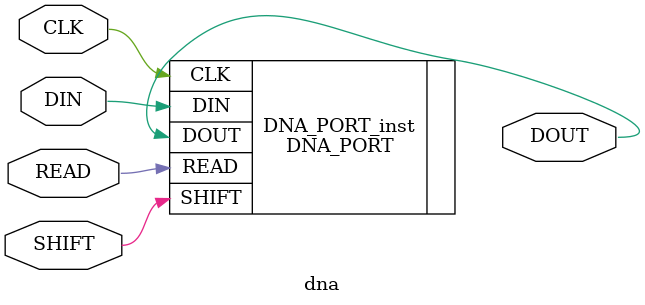
<source format=v>
module dna(output DOUT, input CLK, input DIN, input READ, input SHIFT);
DNA_PORT #(
   .SIM_DNA_VALUE(57'h000000000000000)  // Specifies a sample 57-bit DNA value for simulation
)
DNA_PORT_inst (
   .DOUT(DOUT),   // 1-bit output: DNA output data.
   .CLK(CLK),     // 1-bit input: Clock input.
   .DIN(DIN),     // 1-bit input: User data input pin.
   .READ(READ),   // 1-bit input: Active high load DNA, active low read input.
   .SHIFT(SHIFT)  // 1-bit input: Active high shift enable input.
);

endmodule

</source>
